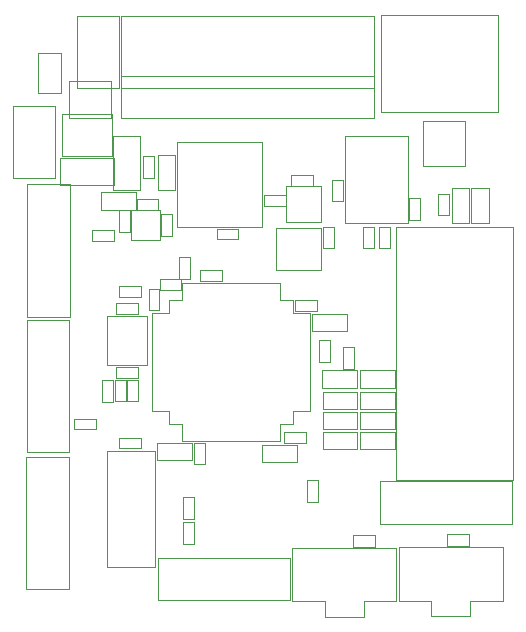
<source format=gbr>
%TF.GenerationSoftware,KiCad,Pcbnew,(5.1.9)-1*%
%TF.CreationDate,2021-10-28T19:53:03+05:30*%
%TF.ProjectId,royal_fc,726f7961-6c5f-4666-932e-6b696361645f,v1.0*%
%TF.SameCoordinates,Original*%
%TF.FileFunction,Other,User*%
%FSLAX46Y46*%
G04 Gerber Fmt 4.6, Leading zero omitted, Abs format (unit mm)*
G04 Created by KiCad (PCBNEW (5.1.9)-1) date 2021-10-28 19:53:03*
%MOMM*%
%LPD*%
G01*
G04 APERTURE LIST*
%ADD10C,0.050000*%
G04 APERTURE END LIST*
D10*
%TO.C,USB1*%
X54680000Y-109790000D02*
X64570000Y-109790000D01*
X54680000Y-101600000D02*
X54680000Y-109790000D01*
X64570000Y-101600000D02*
X54680000Y-101600000D01*
X64570000Y-109790000D02*
X64570000Y-101600000D01*
%TO.C,JP1*%
X31860000Y-107220000D02*
X28260000Y-107220000D01*
X28260000Y-107220000D02*
X28260000Y-110320000D01*
X28260000Y-110320000D02*
X31860000Y-110320000D01*
X31860000Y-110320000D02*
X31860000Y-107220000D01*
%TO.C,VIN1*%
X23530000Y-115450000D02*
X27130000Y-115450000D01*
X23530000Y-109300000D02*
X23530000Y-115450000D01*
X27130000Y-109300000D02*
X23530000Y-109300000D01*
X27130000Y-115450000D02*
X27130000Y-109300000D01*
%TO.C,8  7  6*%
X54080000Y-106760000D02*
X32730000Y-106760000D01*
X32730000Y-106760000D02*
X32730000Y-110360000D01*
X32730000Y-110360000D02*
X54080000Y-110360000D01*
X54080000Y-110360000D02*
X54080000Y-106760000D01*
%TO.C,R16*%
X39350000Y-124120000D02*
X39350000Y-123180000D01*
X39350000Y-123180000D02*
X41210000Y-123180000D01*
X41210000Y-123180000D02*
X41210000Y-124120000D01*
X41210000Y-124120000D02*
X39350000Y-124120000D01*
%TO.C,R15*%
X38500000Y-123980000D02*
X37560000Y-123980000D01*
X37560000Y-123980000D02*
X37560000Y-122120000D01*
X37560000Y-122120000D02*
X38500000Y-122120000D01*
X38500000Y-122120000D02*
X38500000Y-123980000D01*
%TO.C,R14*%
X49460000Y-129170000D02*
X50400000Y-129170000D01*
X50400000Y-129170000D02*
X50400000Y-131030000D01*
X50400000Y-131030000D02*
X49460000Y-131030000D01*
X49460000Y-131030000D02*
X49460000Y-129170000D01*
%TO.C,R13*%
X52420000Y-131560000D02*
X51480000Y-131560000D01*
X51480000Y-131560000D02*
X51480000Y-129700000D01*
X51480000Y-129700000D02*
X52420000Y-129700000D01*
X52420000Y-129700000D02*
X52420000Y-131560000D01*
%TO.C,R4*%
X55450000Y-121380000D02*
X54510000Y-121380000D01*
X54510000Y-121380000D02*
X54510000Y-119520000D01*
X54510000Y-119520000D02*
X55450000Y-119520000D01*
X55450000Y-119520000D02*
X55450000Y-121380000D01*
%TO.C,R3*%
X54150000Y-121380000D02*
X53210000Y-121380000D01*
X53210000Y-121380000D02*
X53210000Y-119520000D01*
X53210000Y-119520000D02*
X54150000Y-119520000D01*
X54150000Y-119520000D02*
X54150000Y-121380000D01*
%TO.C,C24*%
X32520000Y-125510000D02*
X32520000Y-124590000D01*
X32520000Y-124590000D02*
X34340000Y-124590000D01*
X34340000Y-124590000D02*
X34340000Y-125510000D01*
X34340000Y-125510000D02*
X32520000Y-125510000D01*
%TO.C,S3*%
X31480000Y-138550000D02*
X35580000Y-138550000D01*
X31480000Y-148350000D02*
X31480000Y-138550000D01*
X35580000Y-148350000D02*
X31480000Y-148350000D01*
X35580000Y-138550000D02*
X35580000Y-148350000D01*
%TO.C,U3*%
X48710000Y-135110000D02*
X48710000Y-130960000D01*
X47260000Y-135110000D02*
X48710000Y-135110000D01*
X47260000Y-136210000D02*
X47260000Y-135110000D01*
X46160000Y-136210000D02*
X47260000Y-136210000D01*
X46160000Y-137660000D02*
X46160000Y-136210000D01*
X42010000Y-137660000D02*
X46160000Y-137660000D01*
X35310000Y-135110000D02*
X35310000Y-130960000D01*
X36760000Y-135110000D02*
X35310000Y-135110000D01*
X36760000Y-136210000D02*
X36760000Y-135110000D01*
X37860000Y-136210000D02*
X36760000Y-136210000D01*
X37860000Y-137660000D02*
X37860000Y-136210000D01*
X42010000Y-137660000D02*
X37860000Y-137660000D01*
X48710000Y-126810000D02*
X48710000Y-130960000D01*
X47260000Y-126810000D02*
X48710000Y-126810000D01*
X47260000Y-125710000D02*
X47260000Y-126810000D01*
X46160000Y-125710000D02*
X47260000Y-125710000D01*
X46160000Y-124260000D02*
X46160000Y-125710000D01*
X42010000Y-124260000D02*
X46160000Y-124260000D01*
X35310000Y-126810000D02*
X35310000Y-130960000D01*
X36760000Y-126810000D02*
X35310000Y-126810000D01*
X36760000Y-125710000D02*
X36760000Y-126810000D01*
X37860000Y-125710000D02*
X36760000Y-125710000D01*
X37860000Y-124260000D02*
X37860000Y-125710000D01*
X42010000Y-124260000D02*
X37860000Y-124260000D01*
%TO.C,J2*%
X60700000Y-116220000D02*
X62160000Y-116220000D01*
X62160000Y-116220000D02*
X62160000Y-119180000D01*
X62160000Y-119180000D02*
X60700000Y-119180000D01*
X60700000Y-119180000D02*
X60700000Y-116220000D01*
%TO.C,F1*%
X62350000Y-116220000D02*
X63810000Y-116220000D01*
X63810000Y-116220000D02*
X63810000Y-119180000D01*
X63810000Y-119180000D02*
X62350000Y-119180000D01*
X62350000Y-119180000D02*
X62350000Y-116220000D01*
%TO.C,C1*%
X35940000Y-126610000D02*
X35020000Y-126610000D01*
X35020000Y-126610000D02*
X35020000Y-124790000D01*
X35020000Y-124790000D02*
X35940000Y-124790000D01*
X35940000Y-124790000D02*
X35940000Y-126610000D01*
%TO.C,C2*%
X35750000Y-137820000D02*
X38710000Y-137820000D01*
X35750000Y-139280000D02*
X35750000Y-137820000D01*
X38710000Y-139280000D02*
X35750000Y-139280000D01*
X38710000Y-137820000D02*
X38710000Y-139280000D01*
%TO.C,C3*%
X38870000Y-139660000D02*
X38870000Y-137840000D01*
X39790000Y-139660000D02*
X38870000Y-139660000D01*
X39790000Y-137840000D02*
X39790000Y-139660000D01*
X38870000Y-137840000D02*
X39790000Y-137840000D01*
%TO.C,C4*%
X48340000Y-137810000D02*
X46520000Y-137810000D01*
X48340000Y-136890000D02*
X48340000Y-137810000D01*
X46520000Y-136890000D02*
X48340000Y-136890000D01*
X46520000Y-137810000D02*
X46520000Y-136890000D01*
%TO.C,C5*%
X47430000Y-126690000D02*
X47430000Y-125770000D01*
X47430000Y-125770000D02*
X49250000Y-125770000D01*
X49250000Y-125770000D02*
X49250000Y-126690000D01*
X49250000Y-126690000D02*
X47430000Y-126690000D01*
%TO.C,C6*%
X35990000Y-123960000D02*
X37810000Y-123960000D01*
X35990000Y-124880000D02*
X35990000Y-123960000D01*
X37810000Y-124880000D02*
X35990000Y-124880000D01*
X37810000Y-123960000D02*
X37810000Y-124880000D01*
%TO.C,C8*%
X33190000Y-132500000D02*
X34110000Y-132500000D01*
X34110000Y-132500000D02*
X34110000Y-134320000D01*
X34110000Y-134320000D02*
X33190000Y-134320000D01*
X33190000Y-134320000D02*
X33190000Y-132500000D01*
%TO.C,C9*%
X59520000Y-118560000D02*
X59520000Y-116740000D01*
X60440000Y-118560000D02*
X59520000Y-118560000D01*
X60440000Y-116740000D02*
X60440000Y-118560000D01*
X59520000Y-116740000D02*
X60440000Y-116740000D01*
%TO.C,C10*%
X31980000Y-116450000D02*
X31980000Y-111850000D01*
X34280000Y-116450000D02*
X31980000Y-116450000D01*
X34280000Y-111850000D02*
X34280000Y-116450000D01*
X31980000Y-111850000D02*
X34280000Y-111850000D01*
%TO.C,C11*%
X27490000Y-116030000D02*
X27490000Y-113730000D01*
X27490000Y-113730000D02*
X32090000Y-113730000D01*
X32090000Y-113730000D02*
X32090000Y-116030000D01*
X32090000Y-116030000D02*
X27490000Y-116030000D01*
%TO.C,C12*%
X47610000Y-139480000D02*
X44650000Y-139480000D01*
X47610000Y-138020000D02*
X47610000Y-139480000D01*
X44650000Y-138020000D02*
X47610000Y-138020000D01*
X44650000Y-139480000D02*
X44650000Y-138020000D01*
%TO.C,C13*%
X48900000Y-128380000D02*
X48900000Y-126920000D01*
X48900000Y-126920000D02*
X51860000Y-126920000D01*
X51860000Y-126920000D02*
X51860000Y-128380000D01*
X51860000Y-128380000D02*
X48900000Y-128380000D01*
%TO.C,C14*%
X51490000Y-117360000D02*
X50570000Y-117360000D01*
X50570000Y-117360000D02*
X50570000Y-115540000D01*
X50570000Y-115540000D02*
X51490000Y-115540000D01*
X51490000Y-115540000D02*
X51490000Y-117360000D01*
%TO.C,C15*%
X57990000Y-117140000D02*
X57990000Y-118960000D01*
X57070000Y-117140000D02*
X57990000Y-117140000D01*
X57070000Y-118960000D02*
X57070000Y-117140000D01*
X57990000Y-118960000D02*
X57070000Y-118960000D01*
%TO.C,C16*%
X50690000Y-121360000D02*
X49770000Y-121360000D01*
X49770000Y-121360000D02*
X49770000Y-119540000D01*
X49770000Y-119540000D02*
X50690000Y-119540000D01*
X50690000Y-119540000D02*
X50690000Y-121360000D01*
%TO.C,C17*%
X37970000Y-146360000D02*
X37970000Y-144540000D01*
X38890000Y-146360000D02*
X37970000Y-146360000D01*
X38890000Y-144540000D02*
X38890000Y-146360000D01*
X37970000Y-144540000D02*
X38890000Y-144540000D01*
%TO.C,C18*%
X32520000Y-137390000D02*
X34340000Y-137390000D01*
X32520000Y-138310000D02*
X32520000Y-137390000D01*
X34340000Y-138310000D02*
X32520000Y-138310000D01*
X34340000Y-137390000D02*
X34340000Y-138310000D01*
%TO.C,C19*%
X32270000Y-126940000D02*
X32270000Y-126020000D01*
X32270000Y-126020000D02*
X34090000Y-126020000D01*
X34090000Y-126020000D02*
X34090000Y-126940000D01*
X34090000Y-126940000D02*
X32270000Y-126940000D01*
%TO.C,C20*%
X34090000Y-131420000D02*
X34090000Y-132340000D01*
X34090000Y-132340000D02*
X32270000Y-132340000D01*
X32270000Y-132340000D02*
X32270000Y-131420000D01*
X32270000Y-131420000D02*
X34090000Y-131420000D01*
%TO.C,C21*%
X44820000Y-116890000D02*
X46640000Y-116890000D01*
X44820000Y-117810000D02*
X44820000Y-116890000D01*
X46640000Y-117810000D02*
X44820000Y-117810000D01*
X46640000Y-116890000D02*
X46640000Y-117810000D01*
%TO.C,C22*%
X47115000Y-116055000D02*
X47115000Y-115135000D01*
X47115000Y-115135000D02*
X48935000Y-115135000D01*
X48935000Y-115135000D02*
X48935000Y-116055000D01*
X48935000Y-116055000D02*
X47115000Y-116055000D01*
%TO.C,C23*%
X42600000Y-120610000D02*
X40780000Y-120610000D01*
X42600000Y-119690000D02*
X42600000Y-120610000D01*
X40780000Y-119690000D02*
X42600000Y-119690000D01*
X40780000Y-120610000D02*
X40780000Y-119690000D01*
%TO.C,C25*%
X32090000Y-119840000D02*
X32090000Y-120760000D01*
X32090000Y-120760000D02*
X30270000Y-120760000D01*
X30270000Y-120760000D02*
X30270000Y-119840000D01*
X30270000Y-119840000D02*
X32090000Y-119840000D01*
%TO.C,C26*%
X28750000Y-136700000D02*
X28750000Y-135780000D01*
X28750000Y-135780000D02*
X30570000Y-135780000D01*
X30570000Y-135780000D02*
X30570000Y-136700000D01*
X30570000Y-136700000D02*
X28750000Y-136700000D01*
%TO.C,C27*%
X33960000Y-116620000D02*
X33960000Y-118080000D01*
X33960000Y-118080000D02*
X31000000Y-118080000D01*
X31000000Y-118080000D02*
X31000000Y-116620000D01*
X31000000Y-116620000D02*
X33960000Y-116620000D01*
%TO.C,C28*%
X35840000Y-118110000D02*
X34020000Y-118110000D01*
X35840000Y-117190000D02*
X35840000Y-118110000D01*
X34020000Y-117190000D02*
X35840000Y-117190000D01*
X34020000Y-118110000D02*
X34020000Y-117190000D01*
%TO.C,C29*%
X32520000Y-118140000D02*
X33440000Y-118140000D01*
X33440000Y-118140000D02*
X33440000Y-119960000D01*
X33440000Y-119960000D02*
X32520000Y-119960000D01*
X32520000Y-119960000D02*
X32520000Y-118140000D01*
%TO.C,C30*%
X36990000Y-118490000D02*
X36990000Y-120310000D01*
X36070000Y-118490000D02*
X36990000Y-118490000D01*
X36070000Y-120310000D02*
X36070000Y-118490000D01*
X36990000Y-120310000D02*
X36070000Y-120310000D01*
%TO.C,D1*%
X35500000Y-113520000D02*
X35500000Y-115380000D01*
X34560000Y-113520000D02*
X35500000Y-113520000D01*
X34560000Y-115380000D02*
X34560000Y-113520000D01*
X35500000Y-115380000D02*
X34560000Y-115380000D01*
%TO.C,D6*%
X27580000Y-108230000D02*
X25680000Y-108230000D01*
X25680000Y-108230000D02*
X25680000Y-104870000D01*
X25680000Y-104870000D02*
X27580000Y-104870000D01*
X27580000Y-104870000D02*
X27580000Y-108230000D01*
%TO.C,FB1*%
X31100000Y-134340000D02*
X31100000Y-132480000D01*
X32040000Y-134340000D02*
X31100000Y-134340000D01*
X32040000Y-132480000D02*
X32040000Y-134340000D01*
X31100000Y-132480000D02*
X32040000Y-132480000D01*
%TO.C,GPS*%
X47010000Y-151150000D02*
X47010000Y-147550000D01*
X35810000Y-151150000D02*
X47010000Y-151150000D01*
X35810000Y-147550000D02*
X35810000Y-151150000D01*
X47010000Y-147550000D02*
X35810000Y-147550000D01*
%TO.C,I2C3*%
X65780000Y-144680000D02*
X65780000Y-141080000D01*
X54580000Y-144680000D02*
X65780000Y-144680000D01*
X54580000Y-141080000D02*
X54580000Y-144680000D01*
X65780000Y-141080000D02*
X54580000Y-141080000D01*
%TO.C,IC1*%
X27690000Y-113530000D02*
X31890000Y-113530000D01*
X27690000Y-110030000D02*
X27690000Y-113530000D01*
X31890000Y-110030000D02*
X27690000Y-110030000D01*
X31890000Y-113530000D02*
X31890000Y-110030000D01*
%TO.C,IC2*%
X45825000Y-123235000D02*
X45825000Y-119635000D01*
X49625000Y-123235000D02*
X45825000Y-123235000D01*
X49625000Y-119635000D02*
X49625000Y-123235000D01*
X45825000Y-119635000D02*
X49625000Y-119635000D01*
%TO.C,IC5*%
X33520000Y-120660000D02*
X33520000Y-118160000D01*
X36020000Y-120660000D02*
X33520000Y-120660000D01*
X36020000Y-118160000D02*
X36020000Y-120660000D01*
X33520000Y-118160000D02*
X36020000Y-118160000D01*
%TO.C,J1*%
X32530000Y-101725000D02*
X32530000Y-107825000D01*
X28980000Y-101725000D02*
X32530000Y-101725000D01*
X28980000Y-107825000D02*
X28980000Y-101725000D01*
X32530000Y-107825000D02*
X28980000Y-107825000D01*
%TO.C,J3*%
X32720001Y-101669999D02*
X32720001Y-107819999D01*
X54070001Y-101669999D02*
X32720001Y-101669999D01*
X54070001Y-107819999D02*
X54070001Y-101669999D01*
X32720001Y-107819999D02*
X54070001Y-107819999D01*
%TO.C,R1*%
X37260000Y-116430000D02*
X35800000Y-116430000D01*
X35800000Y-116430000D02*
X35800000Y-113470000D01*
X35800000Y-113470000D02*
X37260000Y-113470000D01*
X37260000Y-113470000D02*
X37260000Y-116430000D01*
%TO.C,R2*%
X62150000Y-146530000D02*
X60290000Y-146530000D01*
X62150000Y-145590000D02*
X62150000Y-146530000D01*
X60290000Y-145590000D02*
X62150000Y-145590000D01*
X60290000Y-146530000D02*
X60290000Y-145590000D01*
%TO.C,R5*%
X52950000Y-136910000D02*
X55910000Y-136910000D01*
X52950000Y-138370000D02*
X52950000Y-136910000D01*
X55910000Y-138370000D02*
X52950000Y-138370000D01*
X55910000Y-136910000D02*
X55910000Y-138370000D01*
%TO.C,R6*%
X52950000Y-135210000D02*
X55910000Y-135210000D01*
X52950000Y-136670000D02*
X52950000Y-135210000D01*
X55910000Y-136670000D02*
X52950000Y-136670000D01*
X55910000Y-135210000D02*
X55910000Y-136670000D01*
%TO.C,JP1*%
X55910000Y-133510000D02*
X55910000Y-134970000D01*
X55910000Y-134970000D02*
X52950000Y-134970000D01*
X52950000Y-134970000D02*
X52950000Y-133510000D01*
X52950000Y-133510000D02*
X55910000Y-133510000D01*
%TO.C,R8*%
X52940000Y-131700000D02*
X55900000Y-131700000D01*
X52940000Y-133160000D02*
X52940000Y-131700000D01*
X55900000Y-133160000D02*
X52940000Y-133160000D01*
X55900000Y-131700000D02*
X55900000Y-133160000D01*
%TO.C,R9*%
X52300000Y-146620000D02*
X52300000Y-145680000D01*
X52300000Y-145680000D02*
X54160000Y-145680000D01*
X54160000Y-145680000D02*
X54160000Y-146620000D01*
X54160000Y-146620000D02*
X52300000Y-146620000D01*
%TO.C,R11*%
X49400000Y-141020000D02*
X49400000Y-142880000D01*
X48460000Y-141020000D02*
X49400000Y-141020000D01*
X48460000Y-142880000D02*
X48460000Y-141020000D01*
X49400000Y-142880000D02*
X48460000Y-142880000D01*
%TO.C,R12*%
X37960000Y-142420000D02*
X38900000Y-142420000D01*
X38900000Y-142420000D02*
X38900000Y-144280000D01*
X38900000Y-144280000D02*
X37960000Y-144280000D01*
X37960000Y-144280000D02*
X37960000Y-142420000D01*
%TO.C,RC*%
X28300000Y-127440000D02*
X24700000Y-127440000D01*
X28300000Y-138640000D02*
X28300000Y-127440000D01*
X24700000Y-138640000D02*
X28300000Y-138640000D01*
X24700000Y-127440000D02*
X24700000Y-138640000D01*
%TO.C,S1*%
X56225000Y-151205000D02*
X56225000Y-146655000D01*
X58975000Y-151205000D02*
X56225000Y-151205000D01*
X58975000Y-152505000D02*
X58975000Y-151205000D01*
X62275000Y-152505000D02*
X58975000Y-152505000D01*
X62275000Y-151205000D02*
X62275000Y-152505000D01*
X65025000Y-151205000D02*
X62275000Y-151205000D01*
X65025000Y-146655000D02*
X65025000Y-151205000D01*
X56225000Y-146655000D02*
X65025000Y-146655000D01*
%TO.C,S2*%
X47200000Y-146700000D02*
X56000000Y-146700000D01*
X56000000Y-146700000D02*
X56000000Y-151250000D01*
X56000000Y-151250000D02*
X53250000Y-151250000D01*
X53250000Y-151250000D02*
X53250000Y-152550000D01*
X53250000Y-152550000D02*
X49950000Y-152550000D01*
X49950000Y-152550000D02*
X49950000Y-151250000D01*
X49950000Y-151250000D02*
X47200000Y-151250000D01*
X47200000Y-151250000D02*
X47200000Y-146700000D01*
%TO.C,SBUS*%
X24670000Y-150220000D02*
X28270000Y-150220000D01*
X24670000Y-139020000D02*
X24670000Y-150220000D01*
X28270000Y-139020000D02*
X24670000Y-139020000D01*
X28270000Y-150220000D02*
X28270000Y-139020000D01*
%TO.C,SWD1*%
X56000000Y-140940000D02*
X65900000Y-140940000D01*
X56000000Y-119580000D02*
X56000000Y-140940000D01*
X65900000Y-119580000D02*
X56000000Y-119580000D01*
X65900000Y-140940000D02*
X65900000Y-119580000D01*
%TO.C,TELEM*%
X24770000Y-115950000D02*
X24770000Y-127150000D01*
X24770000Y-127150000D02*
X28370000Y-127150000D01*
X28370000Y-127150000D02*
X28370000Y-115950000D01*
X28370000Y-115950000D02*
X24770000Y-115950000D01*
%TO.C,U1*%
X61850000Y-110605000D02*
X58250000Y-110605000D01*
X58250000Y-110605000D02*
X58250000Y-114405000D01*
X58250000Y-114405000D02*
X61850000Y-114405000D01*
X61850000Y-114405000D02*
X61850000Y-110605000D01*
%TO.C,U2*%
X57025000Y-119225000D02*
X57025000Y-111825000D01*
X51625000Y-119225000D02*
X57025000Y-119225000D01*
X51625000Y-111825000D02*
X51625000Y-119225000D01*
X57025000Y-111825000D02*
X51625000Y-111825000D01*
%TO.C,U4*%
X49650000Y-116095000D02*
X46650000Y-116095000D01*
X49650000Y-119095000D02*
X49650000Y-116095000D01*
X46650000Y-119095000D02*
X49650000Y-119095000D01*
X46650000Y-116095000D02*
X46650000Y-119095000D01*
%TO.C,U5*%
X37440000Y-119550000D02*
X44640000Y-119550000D01*
X37440000Y-112350000D02*
X37440000Y-119550000D01*
X44640000Y-112350000D02*
X37440000Y-112350000D01*
X44640000Y-119550000D02*
X44640000Y-112350000D01*
%TO.C,Y1*%
X34880000Y-131280000D02*
X34880000Y-127080000D01*
X31480000Y-131280000D02*
X34880000Y-131280000D01*
X31480000Y-127080000D02*
X31480000Y-131280000D01*
X34880000Y-127080000D02*
X31480000Y-127080000D01*
%TO.C,C7*%
X32150000Y-134300000D02*
X32150000Y-132480000D01*
X33070000Y-134300000D02*
X32150000Y-134300000D01*
X33070000Y-132480000D02*
X33070000Y-134300000D01*
X32150000Y-132480000D02*
X33070000Y-132480000D01*
%TO.C,D2*%
X52710000Y-136910000D02*
X52710000Y-138370000D01*
X52710000Y-138370000D02*
X49750000Y-138370000D01*
X49750000Y-138370000D02*
X49750000Y-136910000D01*
X49750000Y-136910000D02*
X52710000Y-136910000D01*
%TO.C,D3*%
X49750000Y-135210000D02*
X52710000Y-135210000D01*
X49750000Y-136670000D02*
X49750000Y-135210000D01*
X52710000Y-136670000D02*
X49750000Y-136670000D01*
X52710000Y-135210000D02*
X52710000Y-136670000D01*
%TO.C,D4*%
X52710000Y-133510000D02*
X52710000Y-134970000D01*
X52710000Y-134970000D02*
X49750000Y-134970000D01*
X49750000Y-134970000D02*
X49750000Y-133510000D01*
X49750000Y-133510000D02*
X52710000Y-133510000D01*
%TO.C,D5*%
X49740000Y-131700000D02*
X52700000Y-131700000D01*
X49740000Y-133160000D02*
X49740000Y-131700000D01*
X52700000Y-133160000D02*
X49740000Y-133160000D01*
X52700000Y-131700000D02*
X52700000Y-133160000D01*
%TD*%
M02*

</source>
